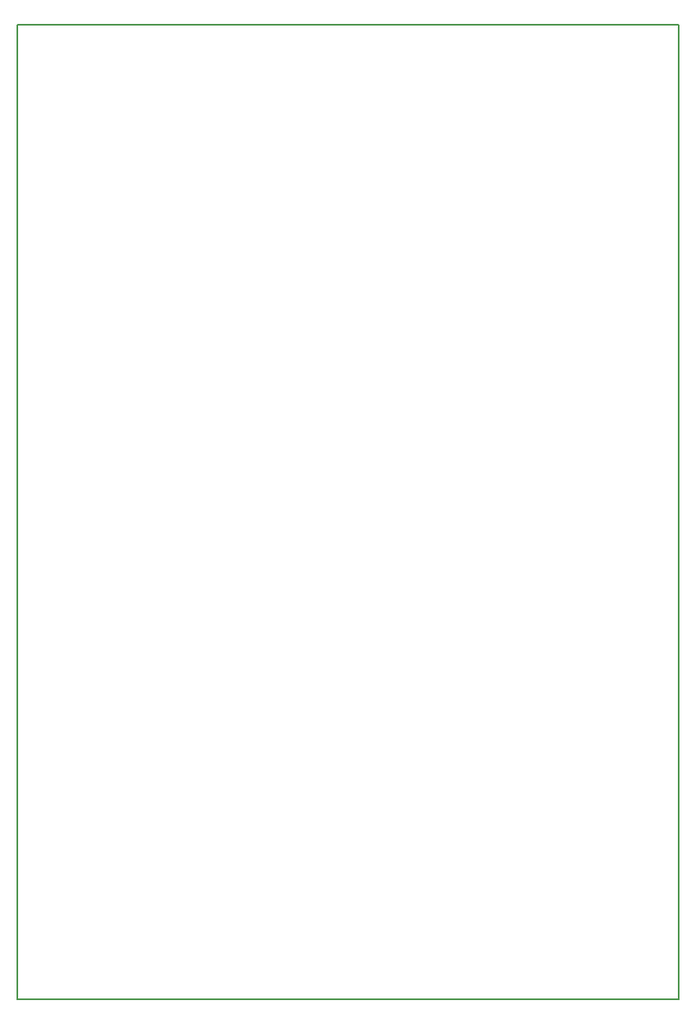
<source format=gbr>
G04 #@! TF.FileFunction,Profile,NP*
%FSLAX46Y46*%
G04 Gerber Fmt 4.6, Leading zero omitted, Abs format (unit mm)*
G04 Created by KiCad (PCBNEW 4.0.4-stable) date Thursday, May 25, 2017 'AMt' 12:05:49 AM*
%MOMM*%
%LPD*%
G01*
G04 APERTURE LIST*
%ADD10C,0.100000*%
%ADD11C,0.150000*%
G04 APERTURE END LIST*
D10*
D11*
X273000000Y-55000000D02*
X270000000Y-55000000D01*
X273000000Y-155000000D02*
X273000000Y-55000000D01*
X270000000Y-155000000D02*
X273000000Y-155000000D01*
X205000000Y-55000000D02*
X270000000Y-55000000D01*
X205000000Y-155000000D02*
X205000000Y-55000000D01*
X270000000Y-155000000D02*
X205000000Y-155000000D01*
M02*

</source>
